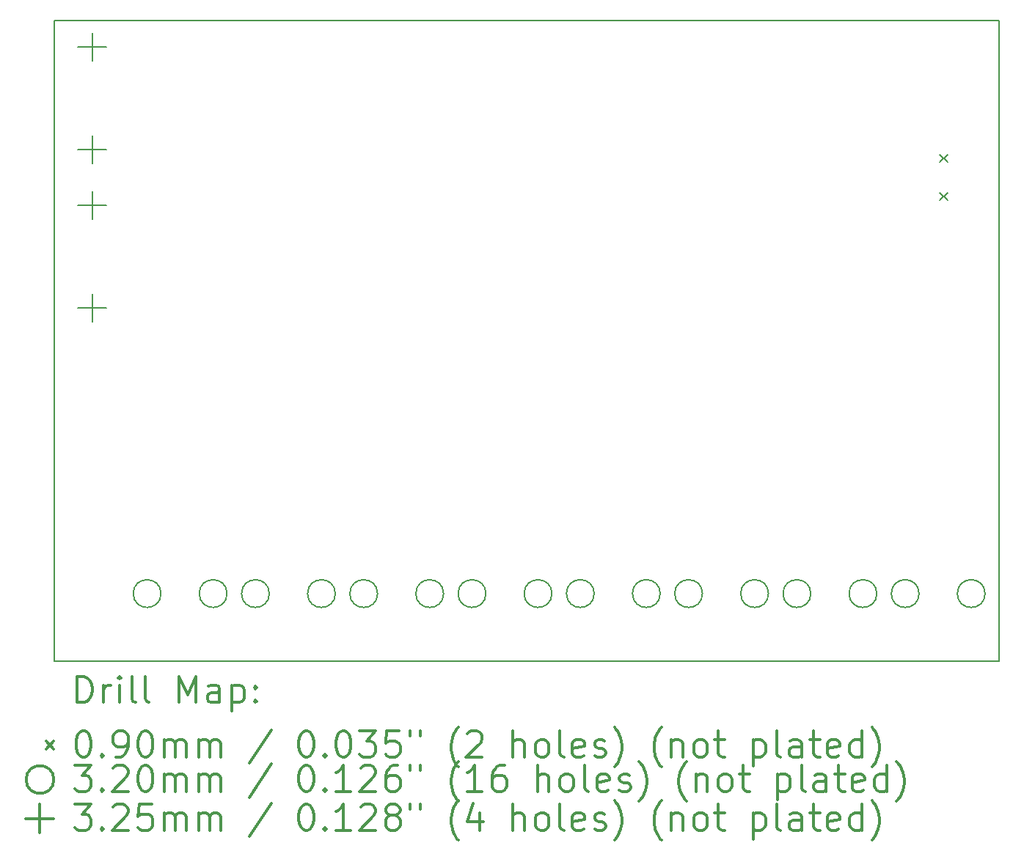
<source format=gbr>
%FSLAX45Y45*%
G04 Gerber Fmt 4.5, Leading zero omitted, Abs format (unit mm)*
G04 Created by KiCad (PCBNEW 4.0.7) date Sat Feb 10 21:48:16 2018*
%MOMM*%
%LPD*%
G01*
G04 APERTURE LIST*
%ADD10C,0.127000*%
%ADD11C,0.150000*%
%ADD12C,0.200000*%
%ADD13C,0.300000*%
G04 APERTURE END LIST*
D10*
D11*
X13400000Y-14000000D02*
X13400000Y-6600000D01*
X2500000Y-6600000D02*
X2500000Y-14000000D01*
X2500000Y-6600000D02*
X13400000Y-6600000D01*
X13300000Y-14000000D02*
X13400000Y-14000000D01*
X2500000Y-14000000D02*
X13300000Y-14000000D01*
D12*
X12718900Y-8142400D02*
X12808900Y-8232400D01*
X12808900Y-8142400D02*
X12718900Y-8232400D01*
X12718900Y-8582400D02*
X12808900Y-8672400D01*
X12808900Y-8582400D02*
X12718900Y-8672400D01*
X3729000Y-13215000D02*
G75*
G03X3729000Y-13215000I-160000J0D01*
G01*
X4491000Y-13215000D02*
G75*
G03X4491000Y-13215000I-160000J0D01*
G01*
X4979000Y-13215000D02*
G75*
G03X4979000Y-13215000I-160000J0D01*
G01*
X5741000Y-13215000D02*
G75*
G03X5741000Y-13215000I-160000J0D01*
G01*
X6229000Y-13215000D02*
G75*
G03X6229000Y-13215000I-160000J0D01*
G01*
X6991000Y-13215000D02*
G75*
G03X6991000Y-13215000I-160000J0D01*
G01*
X7479000Y-13215000D02*
G75*
G03X7479000Y-13215000I-160000J0D01*
G01*
X8241000Y-13215000D02*
G75*
G03X8241000Y-13215000I-160000J0D01*
G01*
X8729000Y-13215000D02*
G75*
G03X8729000Y-13215000I-160000J0D01*
G01*
X9491000Y-13215000D02*
G75*
G03X9491000Y-13215000I-160000J0D01*
G01*
X9979000Y-13215000D02*
G75*
G03X9979000Y-13215000I-160000J0D01*
G01*
X10741000Y-13215000D02*
G75*
G03X10741000Y-13215000I-160000J0D01*
G01*
X11229000Y-13215000D02*
G75*
G03X11229000Y-13215000I-160000J0D01*
G01*
X11991000Y-13215000D02*
G75*
G03X11991000Y-13215000I-160000J0D01*
G01*
X12479000Y-13215000D02*
G75*
G03X12479000Y-13215000I-160000J0D01*
G01*
X13241000Y-13215000D02*
G75*
G03X13241000Y-13215000I-160000J0D01*
G01*
X2933700Y-6737000D02*
X2933700Y-7062000D01*
X2771200Y-6899500D02*
X3096200Y-6899500D01*
X2933700Y-7924000D02*
X2933700Y-8249000D01*
X2771200Y-8086500D02*
X3096200Y-8086500D01*
X2933700Y-8565800D02*
X2933700Y-8890800D01*
X2771200Y-8728300D02*
X3096200Y-8728300D01*
X2933700Y-9752800D02*
X2933700Y-10077800D01*
X2771200Y-9915300D02*
X3096200Y-9915300D01*
D13*
X2763929Y-14473214D02*
X2763929Y-14173214D01*
X2835357Y-14173214D01*
X2878214Y-14187500D01*
X2906786Y-14216071D01*
X2921071Y-14244643D01*
X2935357Y-14301786D01*
X2935357Y-14344643D01*
X2921071Y-14401786D01*
X2906786Y-14430357D01*
X2878214Y-14458929D01*
X2835357Y-14473214D01*
X2763929Y-14473214D01*
X3063928Y-14473214D02*
X3063928Y-14273214D01*
X3063928Y-14330357D02*
X3078214Y-14301786D01*
X3092500Y-14287500D01*
X3121071Y-14273214D01*
X3149643Y-14273214D01*
X3249643Y-14473214D02*
X3249643Y-14273214D01*
X3249643Y-14173214D02*
X3235357Y-14187500D01*
X3249643Y-14201786D01*
X3263928Y-14187500D01*
X3249643Y-14173214D01*
X3249643Y-14201786D01*
X3435357Y-14473214D02*
X3406786Y-14458929D01*
X3392500Y-14430357D01*
X3392500Y-14173214D01*
X3592500Y-14473214D02*
X3563928Y-14458929D01*
X3549643Y-14430357D01*
X3549643Y-14173214D01*
X3935357Y-14473214D02*
X3935357Y-14173214D01*
X4035357Y-14387500D01*
X4135357Y-14173214D01*
X4135357Y-14473214D01*
X4406786Y-14473214D02*
X4406786Y-14316071D01*
X4392500Y-14287500D01*
X4363929Y-14273214D01*
X4306786Y-14273214D01*
X4278214Y-14287500D01*
X4406786Y-14458929D02*
X4378214Y-14473214D01*
X4306786Y-14473214D01*
X4278214Y-14458929D01*
X4263929Y-14430357D01*
X4263929Y-14401786D01*
X4278214Y-14373214D01*
X4306786Y-14358929D01*
X4378214Y-14358929D01*
X4406786Y-14344643D01*
X4549643Y-14273214D02*
X4549643Y-14573214D01*
X4549643Y-14287500D02*
X4578214Y-14273214D01*
X4635357Y-14273214D01*
X4663929Y-14287500D01*
X4678214Y-14301786D01*
X4692500Y-14330357D01*
X4692500Y-14416071D01*
X4678214Y-14444643D01*
X4663929Y-14458929D01*
X4635357Y-14473214D01*
X4578214Y-14473214D01*
X4549643Y-14458929D01*
X4821071Y-14444643D02*
X4835357Y-14458929D01*
X4821071Y-14473214D01*
X4806786Y-14458929D01*
X4821071Y-14444643D01*
X4821071Y-14473214D01*
X4821071Y-14287500D02*
X4835357Y-14301786D01*
X4821071Y-14316071D01*
X4806786Y-14301786D01*
X4821071Y-14287500D01*
X4821071Y-14316071D01*
X2402500Y-14922500D02*
X2492500Y-15012500D01*
X2492500Y-14922500D02*
X2402500Y-15012500D01*
X2821071Y-14803214D02*
X2849643Y-14803214D01*
X2878214Y-14817500D01*
X2892500Y-14831786D01*
X2906786Y-14860357D01*
X2921071Y-14917500D01*
X2921071Y-14988929D01*
X2906786Y-15046071D01*
X2892500Y-15074643D01*
X2878214Y-15088929D01*
X2849643Y-15103214D01*
X2821071Y-15103214D01*
X2792500Y-15088929D01*
X2778214Y-15074643D01*
X2763929Y-15046071D01*
X2749643Y-14988929D01*
X2749643Y-14917500D01*
X2763929Y-14860357D01*
X2778214Y-14831786D01*
X2792500Y-14817500D01*
X2821071Y-14803214D01*
X3049643Y-15074643D02*
X3063928Y-15088929D01*
X3049643Y-15103214D01*
X3035357Y-15088929D01*
X3049643Y-15074643D01*
X3049643Y-15103214D01*
X3206786Y-15103214D02*
X3263928Y-15103214D01*
X3292500Y-15088929D01*
X3306786Y-15074643D01*
X3335357Y-15031786D01*
X3349643Y-14974643D01*
X3349643Y-14860357D01*
X3335357Y-14831786D01*
X3321071Y-14817500D01*
X3292500Y-14803214D01*
X3235357Y-14803214D01*
X3206786Y-14817500D01*
X3192500Y-14831786D01*
X3178214Y-14860357D01*
X3178214Y-14931786D01*
X3192500Y-14960357D01*
X3206786Y-14974643D01*
X3235357Y-14988929D01*
X3292500Y-14988929D01*
X3321071Y-14974643D01*
X3335357Y-14960357D01*
X3349643Y-14931786D01*
X3535357Y-14803214D02*
X3563928Y-14803214D01*
X3592500Y-14817500D01*
X3606786Y-14831786D01*
X3621071Y-14860357D01*
X3635357Y-14917500D01*
X3635357Y-14988929D01*
X3621071Y-15046071D01*
X3606786Y-15074643D01*
X3592500Y-15088929D01*
X3563928Y-15103214D01*
X3535357Y-15103214D01*
X3506786Y-15088929D01*
X3492500Y-15074643D01*
X3478214Y-15046071D01*
X3463928Y-14988929D01*
X3463928Y-14917500D01*
X3478214Y-14860357D01*
X3492500Y-14831786D01*
X3506786Y-14817500D01*
X3535357Y-14803214D01*
X3763928Y-15103214D02*
X3763928Y-14903214D01*
X3763928Y-14931786D02*
X3778214Y-14917500D01*
X3806786Y-14903214D01*
X3849643Y-14903214D01*
X3878214Y-14917500D01*
X3892500Y-14946071D01*
X3892500Y-15103214D01*
X3892500Y-14946071D02*
X3906786Y-14917500D01*
X3935357Y-14903214D01*
X3978214Y-14903214D01*
X4006786Y-14917500D01*
X4021071Y-14946071D01*
X4021071Y-15103214D01*
X4163928Y-15103214D02*
X4163928Y-14903214D01*
X4163928Y-14931786D02*
X4178214Y-14917500D01*
X4206786Y-14903214D01*
X4249643Y-14903214D01*
X4278214Y-14917500D01*
X4292500Y-14946071D01*
X4292500Y-15103214D01*
X4292500Y-14946071D02*
X4306786Y-14917500D01*
X4335357Y-14903214D01*
X4378214Y-14903214D01*
X4406786Y-14917500D01*
X4421071Y-14946071D01*
X4421071Y-15103214D01*
X5006786Y-14788929D02*
X4749643Y-15174643D01*
X5392500Y-14803214D02*
X5421071Y-14803214D01*
X5449643Y-14817500D01*
X5463928Y-14831786D01*
X5478214Y-14860357D01*
X5492500Y-14917500D01*
X5492500Y-14988929D01*
X5478214Y-15046071D01*
X5463928Y-15074643D01*
X5449643Y-15088929D01*
X5421071Y-15103214D01*
X5392500Y-15103214D01*
X5363928Y-15088929D01*
X5349643Y-15074643D01*
X5335357Y-15046071D01*
X5321071Y-14988929D01*
X5321071Y-14917500D01*
X5335357Y-14860357D01*
X5349643Y-14831786D01*
X5363928Y-14817500D01*
X5392500Y-14803214D01*
X5621071Y-15074643D02*
X5635357Y-15088929D01*
X5621071Y-15103214D01*
X5606786Y-15088929D01*
X5621071Y-15074643D01*
X5621071Y-15103214D01*
X5821071Y-14803214D02*
X5849643Y-14803214D01*
X5878214Y-14817500D01*
X5892500Y-14831786D01*
X5906785Y-14860357D01*
X5921071Y-14917500D01*
X5921071Y-14988929D01*
X5906785Y-15046071D01*
X5892500Y-15074643D01*
X5878214Y-15088929D01*
X5849643Y-15103214D01*
X5821071Y-15103214D01*
X5792500Y-15088929D01*
X5778214Y-15074643D01*
X5763928Y-15046071D01*
X5749643Y-14988929D01*
X5749643Y-14917500D01*
X5763928Y-14860357D01*
X5778214Y-14831786D01*
X5792500Y-14817500D01*
X5821071Y-14803214D01*
X6021071Y-14803214D02*
X6206785Y-14803214D01*
X6106785Y-14917500D01*
X6149643Y-14917500D01*
X6178214Y-14931786D01*
X6192500Y-14946071D01*
X6206785Y-14974643D01*
X6206785Y-15046071D01*
X6192500Y-15074643D01*
X6178214Y-15088929D01*
X6149643Y-15103214D01*
X6063928Y-15103214D01*
X6035357Y-15088929D01*
X6021071Y-15074643D01*
X6478214Y-14803214D02*
X6335357Y-14803214D01*
X6321071Y-14946071D01*
X6335357Y-14931786D01*
X6363928Y-14917500D01*
X6435357Y-14917500D01*
X6463928Y-14931786D01*
X6478214Y-14946071D01*
X6492500Y-14974643D01*
X6492500Y-15046071D01*
X6478214Y-15074643D01*
X6463928Y-15088929D01*
X6435357Y-15103214D01*
X6363928Y-15103214D01*
X6335357Y-15088929D01*
X6321071Y-15074643D01*
X6606786Y-14803214D02*
X6606786Y-14860357D01*
X6721071Y-14803214D02*
X6721071Y-14860357D01*
X7163928Y-15217500D02*
X7149643Y-15203214D01*
X7121071Y-15160357D01*
X7106785Y-15131786D01*
X7092500Y-15088929D01*
X7078214Y-15017500D01*
X7078214Y-14960357D01*
X7092500Y-14888929D01*
X7106785Y-14846071D01*
X7121071Y-14817500D01*
X7149643Y-14774643D01*
X7163928Y-14760357D01*
X7263928Y-14831786D02*
X7278214Y-14817500D01*
X7306785Y-14803214D01*
X7378214Y-14803214D01*
X7406785Y-14817500D01*
X7421071Y-14831786D01*
X7435357Y-14860357D01*
X7435357Y-14888929D01*
X7421071Y-14931786D01*
X7249643Y-15103214D01*
X7435357Y-15103214D01*
X7792500Y-15103214D02*
X7792500Y-14803214D01*
X7921071Y-15103214D02*
X7921071Y-14946071D01*
X7906785Y-14917500D01*
X7878214Y-14903214D01*
X7835357Y-14903214D01*
X7806785Y-14917500D01*
X7792500Y-14931786D01*
X8106785Y-15103214D02*
X8078214Y-15088929D01*
X8063928Y-15074643D01*
X8049643Y-15046071D01*
X8049643Y-14960357D01*
X8063928Y-14931786D01*
X8078214Y-14917500D01*
X8106785Y-14903214D01*
X8149643Y-14903214D01*
X8178214Y-14917500D01*
X8192500Y-14931786D01*
X8206785Y-14960357D01*
X8206785Y-15046071D01*
X8192500Y-15074643D01*
X8178214Y-15088929D01*
X8149643Y-15103214D01*
X8106785Y-15103214D01*
X8378214Y-15103214D02*
X8349643Y-15088929D01*
X8335357Y-15060357D01*
X8335357Y-14803214D01*
X8606786Y-15088929D02*
X8578214Y-15103214D01*
X8521071Y-15103214D01*
X8492500Y-15088929D01*
X8478214Y-15060357D01*
X8478214Y-14946071D01*
X8492500Y-14917500D01*
X8521071Y-14903214D01*
X8578214Y-14903214D01*
X8606786Y-14917500D01*
X8621071Y-14946071D01*
X8621071Y-14974643D01*
X8478214Y-15003214D01*
X8735357Y-15088929D02*
X8763929Y-15103214D01*
X8821071Y-15103214D01*
X8849643Y-15088929D01*
X8863929Y-15060357D01*
X8863929Y-15046071D01*
X8849643Y-15017500D01*
X8821071Y-15003214D01*
X8778214Y-15003214D01*
X8749643Y-14988929D01*
X8735357Y-14960357D01*
X8735357Y-14946071D01*
X8749643Y-14917500D01*
X8778214Y-14903214D01*
X8821071Y-14903214D01*
X8849643Y-14917500D01*
X8963928Y-15217500D02*
X8978214Y-15203214D01*
X9006786Y-15160357D01*
X9021071Y-15131786D01*
X9035357Y-15088929D01*
X9049643Y-15017500D01*
X9049643Y-14960357D01*
X9035357Y-14888929D01*
X9021071Y-14846071D01*
X9006786Y-14817500D01*
X8978214Y-14774643D01*
X8963928Y-14760357D01*
X9506786Y-15217500D02*
X9492500Y-15203214D01*
X9463928Y-15160357D01*
X9449643Y-15131786D01*
X9435357Y-15088929D01*
X9421071Y-15017500D01*
X9421071Y-14960357D01*
X9435357Y-14888929D01*
X9449643Y-14846071D01*
X9463928Y-14817500D01*
X9492500Y-14774643D01*
X9506786Y-14760357D01*
X9621071Y-14903214D02*
X9621071Y-15103214D01*
X9621071Y-14931786D02*
X9635357Y-14917500D01*
X9663928Y-14903214D01*
X9706786Y-14903214D01*
X9735357Y-14917500D01*
X9749643Y-14946071D01*
X9749643Y-15103214D01*
X9935357Y-15103214D02*
X9906786Y-15088929D01*
X9892500Y-15074643D01*
X9878214Y-15046071D01*
X9878214Y-14960357D01*
X9892500Y-14931786D01*
X9906786Y-14917500D01*
X9935357Y-14903214D01*
X9978214Y-14903214D01*
X10006786Y-14917500D01*
X10021071Y-14931786D01*
X10035357Y-14960357D01*
X10035357Y-15046071D01*
X10021071Y-15074643D01*
X10006786Y-15088929D01*
X9978214Y-15103214D01*
X9935357Y-15103214D01*
X10121071Y-14903214D02*
X10235357Y-14903214D01*
X10163929Y-14803214D02*
X10163929Y-15060357D01*
X10178214Y-15088929D01*
X10206786Y-15103214D01*
X10235357Y-15103214D01*
X10563929Y-14903214D02*
X10563929Y-15203214D01*
X10563929Y-14917500D02*
X10592500Y-14903214D01*
X10649643Y-14903214D01*
X10678214Y-14917500D01*
X10692500Y-14931786D01*
X10706786Y-14960357D01*
X10706786Y-15046071D01*
X10692500Y-15074643D01*
X10678214Y-15088929D01*
X10649643Y-15103214D01*
X10592500Y-15103214D01*
X10563929Y-15088929D01*
X10878214Y-15103214D02*
X10849643Y-15088929D01*
X10835357Y-15060357D01*
X10835357Y-14803214D01*
X11121071Y-15103214D02*
X11121071Y-14946071D01*
X11106786Y-14917500D01*
X11078214Y-14903214D01*
X11021071Y-14903214D01*
X10992500Y-14917500D01*
X11121071Y-15088929D02*
X11092500Y-15103214D01*
X11021071Y-15103214D01*
X10992500Y-15088929D01*
X10978214Y-15060357D01*
X10978214Y-15031786D01*
X10992500Y-15003214D01*
X11021071Y-14988929D01*
X11092500Y-14988929D01*
X11121071Y-14974643D01*
X11221071Y-14903214D02*
X11335357Y-14903214D01*
X11263929Y-14803214D02*
X11263929Y-15060357D01*
X11278214Y-15088929D01*
X11306786Y-15103214D01*
X11335357Y-15103214D01*
X11549643Y-15088929D02*
X11521071Y-15103214D01*
X11463929Y-15103214D01*
X11435357Y-15088929D01*
X11421071Y-15060357D01*
X11421071Y-14946071D01*
X11435357Y-14917500D01*
X11463929Y-14903214D01*
X11521071Y-14903214D01*
X11549643Y-14917500D01*
X11563929Y-14946071D01*
X11563929Y-14974643D01*
X11421071Y-15003214D01*
X11821071Y-15103214D02*
X11821071Y-14803214D01*
X11821071Y-15088929D02*
X11792500Y-15103214D01*
X11735357Y-15103214D01*
X11706786Y-15088929D01*
X11692500Y-15074643D01*
X11678214Y-15046071D01*
X11678214Y-14960357D01*
X11692500Y-14931786D01*
X11706786Y-14917500D01*
X11735357Y-14903214D01*
X11792500Y-14903214D01*
X11821071Y-14917500D01*
X11935357Y-15217500D02*
X11949643Y-15203214D01*
X11978214Y-15160357D01*
X11992500Y-15131786D01*
X12006786Y-15088929D01*
X12021071Y-15017500D01*
X12021071Y-14960357D01*
X12006786Y-14888929D01*
X11992500Y-14846071D01*
X11978214Y-14817500D01*
X11949643Y-14774643D01*
X11935357Y-14760357D01*
X2492500Y-15363500D02*
G75*
G03X2492500Y-15363500I-160000J0D01*
G01*
X2735357Y-15199214D02*
X2921071Y-15199214D01*
X2821071Y-15313500D01*
X2863928Y-15313500D01*
X2892500Y-15327786D01*
X2906786Y-15342071D01*
X2921071Y-15370643D01*
X2921071Y-15442071D01*
X2906786Y-15470643D01*
X2892500Y-15484929D01*
X2863928Y-15499214D01*
X2778214Y-15499214D01*
X2749643Y-15484929D01*
X2735357Y-15470643D01*
X3049643Y-15470643D02*
X3063928Y-15484929D01*
X3049643Y-15499214D01*
X3035357Y-15484929D01*
X3049643Y-15470643D01*
X3049643Y-15499214D01*
X3178214Y-15227786D02*
X3192500Y-15213500D01*
X3221071Y-15199214D01*
X3292500Y-15199214D01*
X3321071Y-15213500D01*
X3335357Y-15227786D01*
X3349643Y-15256357D01*
X3349643Y-15284929D01*
X3335357Y-15327786D01*
X3163928Y-15499214D01*
X3349643Y-15499214D01*
X3535357Y-15199214D02*
X3563928Y-15199214D01*
X3592500Y-15213500D01*
X3606786Y-15227786D01*
X3621071Y-15256357D01*
X3635357Y-15313500D01*
X3635357Y-15384929D01*
X3621071Y-15442071D01*
X3606786Y-15470643D01*
X3592500Y-15484929D01*
X3563928Y-15499214D01*
X3535357Y-15499214D01*
X3506786Y-15484929D01*
X3492500Y-15470643D01*
X3478214Y-15442071D01*
X3463928Y-15384929D01*
X3463928Y-15313500D01*
X3478214Y-15256357D01*
X3492500Y-15227786D01*
X3506786Y-15213500D01*
X3535357Y-15199214D01*
X3763928Y-15499214D02*
X3763928Y-15299214D01*
X3763928Y-15327786D02*
X3778214Y-15313500D01*
X3806786Y-15299214D01*
X3849643Y-15299214D01*
X3878214Y-15313500D01*
X3892500Y-15342071D01*
X3892500Y-15499214D01*
X3892500Y-15342071D02*
X3906786Y-15313500D01*
X3935357Y-15299214D01*
X3978214Y-15299214D01*
X4006786Y-15313500D01*
X4021071Y-15342071D01*
X4021071Y-15499214D01*
X4163928Y-15499214D02*
X4163928Y-15299214D01*
X4163928Y-15327786D02*
X4178214Y-15313500D01*
X4206786Y-15299214D01*
X4249643Y-15299214D01*
X4278214Y-15313500D01*
X4292500Y-15342071D01*
X4292500Y-15499214D01*
X4292500Y-15342071D02*
X4306786Y-15313500D01*
X4335357Y-15299214D01*
X4378214Y-15299214D01*
X4406786Y-15313500D01*
X4421071Y-15342071D01*
X4421071Y-15499214D01*
X5006786Y-15184929D02*
X4749643Y-15570643D01*
X5392500Y-15199214D02*
X5421071Y-15199214D01*
X5449643Y-15213500D01*
X5463928Y-15227786D01*
X5478214Y-15256357D01*
X5492500Y-15313500D01*
X5492500Y-15384929D01*
X5478214Y-15442071D01*
X5463928Y-15470643D01*
X5449643Y-15484929D01*
X5421071Y-15499214D01*
X5392500Y-15499214D01*
X5363928Y-15484929D01*
X5349643Y-15470643D01*
X5335357Y-15442071D01*
X5321071Y-15384929D01*
X5321071Y-15313500D01*
X5335357Y-15256357D01*
X5349643Y-15227786D01*
X5363928Y-15213500D01*
X5392500Y-15199214D01*
X5621071Y-15470643D02*
X5635357Y-15484929D01*
X5621071Y-15499214D01*
X5606786Y-15484929D01*
X5621071Y-15470643D01*
X5621071Y-15499214D01*
X5921071Y-15499214D02*
X5749643Y-15499214D01*
X5835357Y-15499214D02*
X5835357Y-15199214D01*
X5806785Y-15242071D01*
X5778214Y-15270643D01*
X5749643Y-15284929D01*
X6035357Y-15227786D02*
X6049643Y-15213500D01*
X6078214Y-15199214D01*
X6149643Y-15199214D01*
X6178214Y-15213500D01*
X6192500Y-15227786D01*
X6206785Y-15256357D01*
X6206785Y-15284929D01*
X6192500Y-15327786D01*
X6021071Y-15499214D01*
X6206785Y-15499214D01*
X6463928Y-15199214D02*
X6406785Y-15199214D01*
X6378214Y-15213500D01*
X6363928Y-15227786D01*
X6335357Y-15270643D01*
X6321071Y-15327786D01*
X6321071Y-15442071D01*
X6335357Y-15470643D01*
X6349643Y-15484929D01*
X6378214Y-15499214D01*
X6435357Y-15499214D01*
X6463928Y-15484929D01*
X6478214Y-15470643D01*
X6492500Y-15442071D01*
X6492500Y-15370643D01*
X6478214Y-15342071D01*
X6463928Y-15327786D01*
X6435357Y-15313500D01*
X6378214Y-15313500D01*
X6349643Y-15327786D01*
X6335357Y-15342071D01*
X6321071Y-15370643D01*
X6606786Y-15199214D02*
X6606786Y-15256357D01*
X6721071Y-15199214D02*
X6721071Y-15256357D01*
X7163928Y-15613500D02*
X7149643Y-15599214D01*
X7121071Y-15556357D01*
X7106785Y-15527786D01*
X7092500Y-15484929D01*
X7078214Y-15413500D01*
X7078214Y-15356357D01*
X7092500Y-15284929D01*
X7106785Y-15242071D01*
X7121071Y-15213500D01*
X7149643Y-15170643D01*
X7163928Y-15156357D01*
X7435357Y-15499214D02*
X7263928Y-15499214D01*
X7349643Y-15499214D02*
X7349643Y-15199214D01*
X7321071Y-15242071D01*
X7292500Y-15270643D01*
X7263928Y-15284929D01*
X7692500Y-15199214D02*
X7635357Y-15199214D01*
X7606785Y-15213500D01*
X7592500Y-15227786D01*
X7563928Y-15270643D01*
X7549643Y-15327786D01*
X7549643Y-15442071D01*
X7563928Y-15470643D01*
X7578214Y-15484929D01*
X7606785Y-15499214D01*
X7663928Y-15499214D01*
X7692500Y-15484929D01*
X7706785Y-15470643D01*
X7721071Y-15442071D01*
X7721071Y-15370643D01*
X7706785Y-15342071D01*
X7692500Y-15327786D01*
X7663928Y-15313500D01*
X7606785Y-15313500D01*
X7578214Y-15327786D01*
X7563928Y-15342071D01*
X7549643Y-15370643D01*
X8078214Y-15499214D02*
X8078214Y-15199214D01*
X8206785Y-15499214D02*
X8206785Y-15342071D01*
X8192500Y-15313500D01*
X8163928Y-15299214D01*
X8121071Y-15299214D01*
X8092500Y-15313500D01*
X8078214Y-15327786D01*
X8392500Y-15499214D02*
X8363928Y-15484929D01*
X8349643Y-15470643D01*
X8335357Y-15442071D01*
X8335357Y-15356357D01*
X8349643Y-15327786D01*
X8363928Y-15313500D01*
X8392500Y-15299214D01*
X8435357Y-15299214D01*
X8463928Y-15313500D01*
X8478214Y-15327786D01*
X8492500Y-15356357D01*
X8492500Y-15442071D01*
X8478214Y-15470643D01*
X8463928Y-15484929D01*
X8435357Y-15499214D01*
X8392500Y-15499214D01*
X8663928Y-15499214D02*
X8635357Y-15484929D01*
X8621071Y-15456357D01*
X8621071Y-15199214D01*
X8892500Y-15484929D02*
X8863929Y-15499214D01*
X8806786Y-15499214D01*
X8778214Y-15484929D01*
X8763929Y-15456357D01*
X8763929Y-15342071D01*
X8778214Y-15313500D01*
X8806786Y-15299214D01*
X8863929Y-15299214D01*
X8892500Y-15313500D01*
X8906786Y-15342071D01*
X8906786Y-15370643D01*
X8763929Y-15399214D01*
X9021071Y-15484929D02*
X9049643Y-15499214D01*
X9106786Y-15499214D01*
X9135357Y-15484929D01*
X9149643Y-15456357D01*
X9149643Y-15442071D01*
X9135357Y-15413500D01*
X9106786Y-15399214D01*
X9063929Y-15399214D01*
X9035357Y-15384929D01*
X9021071Y-15356357D01*
X9021071Y-15342071D01*
X9035357Y-15313500D01*
X9063929Y-15299214D01*
X9106786Y-15299214D01*
X9135357Y-15313500D01*
X9249643Y-15613500D02*
X9263929Y-15599214D01*
X9292500Y-15556357D01*
X9306786Y-15527786D01*
X9321071Y-15484929D01*
X9335357Y-15413500D01*
X9335357Y-15356357D01*
X9321071Y-15284929D01*
X9306786Y-15242071D01*
X9292500Y-15213500D01*
X9263929Y-15170643D01*
X9249643Y-15156357D01*
X9792500Y-15613500D02*
X9778214Y-15599214D01*
X9749643Y-15556357D01*
X9735357Y-15527786D01*
X9721071Y-15484929D01*
X9706786Y-15413500D01*
X9706786Y-15356357D01*
X9721071Y-15284929D01*
X9735357Y-15242071D01*
X9749643Y-15213500D01*
X9778214Y-15170643D01*
X9792500Y-15156357D01*
X9906786Y-15299214D02*
X9906786Y-15499214D01*
X9906786Y-15327786D02*
X9921071Y-15313500D01*
X9949643Y-15299214D01*
X9992500Y-15299214D01*
X10021071Y-15313500D01*
X10035357Y-15342071D01*
X10035357Y-15499214D01*
X10221071Y-15499214D02*
X10192500Y-15484929D01*
X10178214Y-15470643D01*
X10163929Y-15442071D01*
X10163929Y-15356357D01*
X10178214Y-15327786D01*
X10192500Y-15313500D01*
X10221071Y-15299214D01*
X10263929Y-15299214D01*
X10292500Y-15313500D01*
X10306786Y-15327786D01*
X10321071Y-15356357D01*
X10321071Y-15442071D01*
X10306786Y-15470643D01*
X10292500Y-15484929D01*
X10263929Y-15499214D01*
X10221071Y-15499214D01*
X10406786Y-15299214D02*
X10521071Y-15299214D01*
X10449643Y-15199214D02*
X10449643Y-15456357D01*
X10463929Y-15484929D01*
X10492500Y-15499214D01*
X10521071Y-15499214D01*
X10849643Y-15299214D02*
X10849643Y-15599214D01*
X10849643Y-15313500D02*
X10878214Y-15299214D01*
X10935357Y-15299214D01*
X10963929Y-15313500D01*
X10978214Y-15327786D01*
X10992500Y-15356357D01*
X10992500Y-15442071D01*
X10978214Y-15470643D01*
X10963929Y-15484929D01*
X10935357Y-15499214D01*
X10878214Y-15499214D01*
X10849643Y-15484929D01*
X11163929Y-15499214D02*
X11135357Y-15484929D01*
X11121071Y-15456357D01*
X11121071Y-15199214D01*
X11406786Y-15499214D02*
X11406786Y-15342071D01*
X11392500Y-15313500D01*
X11363929Y-15299214D01*
X11306786Y-15299214D01*
X11278214Y-15313500D01*
X11406786Y-15484929D02*
X11378214Y-15499214D01*
X11306786Y-15499214D01*
X11278214Y-15484929D01*
X11263929Y-15456357D01*
X11263929Y-15427786D01*
X11278214Y-15399214D01*
X11306786Y-15384929D01*
X11378214Y-15384929D01*
X11406786Y-15370643D01*
X11506786Y-15299214D02*
X11621071Y-15299214D01*
X11549643Y-15199214D02*
X11549643Y-15456357D01*
X11563929Y-15484929D01*
X11592500Y-15499214D01*
X11621071Y-15499214D01*
X11835357Y-15484929D02*
X11806786Y-15499214D01*
X11749643Y-15499214D01*
X11721071Y-15484929D01*
X11706786Y-15456357D01*
X11706786Y-15342071D01*
X11721071Y-15313500D01*
X11749643Y-15299214D01*
X11806786Y-15299214D01*
X11835357Y-15313500D01*
X11849643Y-15342071D01*
X11849643Y-15370643D01*
X11706786Y-15399214D01*
X12106786Y-15499214D02*
X12106786Y-15199214D01*
X12106786Y-15484929D02*
X12078214Y-15499214D01*
X12021071Y-15499214D01*
X11992500Y-15484929D01*
X11978214Y-15470643D01*
X11963929Y-15442071D01*
X11963929Y-15356357D01*
X11978214Y-15327786D01*
X11992500Y-15313500D01*
X12021071Y-15299214D01*
X12078214Y-15299214D01*
X12106786Y-15313500D01*
X12221071Y-15613500D02*
X12235357Y-15599214D01*
X12263929Y-15556357D01*
X12278214Y-15527786D01*
X12292500Y-15484929D01*
X12306786Y-15413500D01*
X12306786Y-15356357D01*
X12292500Y-15284929D01*
X12278214Y-15242071D01*
X12263929Y-15213500D01*
X12235357Y-15170643D01*
X12221071Y-15156357D01*
X2330000Y-15651000D02*
X2330000Y-15976000D01*
X2167500Y-15813500D02*
X2492500Y-15813500D01*
X2735357Y-15649214D02*
X2921071Y-15649214D01*
X2821071Y-15763500D01*
X2863928Y-15763500D01*
X2892500Y-15777786D01*
X2906786Y-15792071D01*
X2921071Y-15820643D01*
X2921071Y-15892071D01*
X2906786Y-15920643D01*
X2892500Y-15934929D01*
X2863928Y-15949214D01*
X2778214Y-15949214D01*
X2749643Y-15934929D01*
X2735357Y-15920643D01*
X3049643Y-15920643D02*
X3063928Y-15934929D01*
X3049643Y-15949214D01*
X3035357Y-15934929D01*
X3049643Y-15920643D01*
X3049643Y-15949214D01*
X3178214Y-15677786D02*
X3192500Y-15663500D01*
X3221071Y-15649214D01*
X3292500Y-15649214D01*
X3321071Y-15663500D01*
X3335357Y-15677786D01*
X3349643Y-15706357D01*
X3349643Y-15734929D01*
X3335357Y-15777786D01*
X3163928Y-15949214D01*
X3349643Y-15949214D01*
X3621071Y-15649214D02*
X3478214Y-15649214D01*
X3463928Y-15792071D01*
X3478214Y-15777786D01*
X3506786Y-15763500D01*
X3578214Y-15763500D01*
X3606786Y-15777786D01*
X3621071Y-15792071D01*
X3635357Y-15820643D01*
X3635357Y-15892071D01*
X3621071Y-15920643D01*
X3606786Y-15934929D01*
X3578214Y-15949214D01*
X3506786Y-15949214D01*
X3478214Y-15934929D01*
X3463928Y-15920643D01*
X3763928Y-15949214D02*
X3763928Y-15749214D01*
X3763928Y-15777786D02*
X3778214Y-15763500D01*
X3806786Y-15749214D01*
X3849643Y-15749214D01*
X3878214Y-15763500D01*
X3892500Y-15792071D01*
X3892500Y-15949214D01*
X3892500Y-15792071D02*
X3906786Y-15763500D01*
X3935357Y-15749214D01*
X3978214Y-15749214D01*
X4006786Y-15763500D01*
X4021071Y-15792071D01*
X4021071Y-15949214D01*
X4163928Y-15949214D02*
X4163928Y-15749214D01*
X4163928Y-15777786D02*
X4178214Y-15763500D01*
X4206786Y-15749214D01*
X4249643Y-15749214D01*
X4278214Y-15763500D01*
X4292500Y-15792071D01*
X4292500Y-15949214D01*
X4292500Y-15792071D02*
X4306786Y-15763500D01*
X4335357Y-15749214D01*
X4378214Y-15749214D01*
X4406786Y-15763500D01*
X4421071Y-15792071D01*
X4421071Y-15949214D01*
X5006786Y-15634929D02*
X4749643Y-16020643D01*
X5392500Y-15649214D02*
X5421071Y-15649214D01*
X5449643Y-15663500D01*
X5463928Y-15677786D01*
X5478214Y-15706357D01*
X5492500Y-15763500D01*
X5492500Y-15834929D01*
X5478214Y-15892071D01*
X5463928Y-15920643D01*
X5449643Y-15934929D01*
X5421071Y-15949214D01*
X5392500Y-15949214D01*
X5363928Y-15934929D01*
X5349643Y-15920643D01*
X5335357Y-15892071D01*
X5321071Y-15834929D01*
X5321071Y-15763500D01*
X5335357Y-15706357D01*
X5349643Y-15677786D01*
X5363928Y-15663500D01*
X5392500Y-15649214D01*
X5621071Y-15920643D02*
X5635357Y-15934929D01*
X5621071Y-15949214D01*
X5606786Y-15934929D01*
X5621071Y-15920643D01*
X5621071Y-15949214D01*
X5921071Y-15949214D02*
X5749643Y-15949214D01*
X5835357Y-15949214D02*
X5835357Y-15649214D01*
X5806785Y-15692071D01*
X5778214Y-15720643D01*
X5749643Y-15734929D01*
X6035357Y-15677786D02*
X6049643Y-15663500D01*
X6078214Y-15649214D01*
X6149643Y-15649214D01*
X6178214Y-15663500D01*
X6192500Y-15677786D01*
X6206785Y-15706357D01*
X6206785Y-15734929D01*
X6192500Y-15777786D01*
X6021071Y-15949214D01*
X6206785Y-15949214D01*
X6378214Y-15777786D02*
X6349643Y-15763500D01*
X6335357Y-15749214D01*
X6321071Y-15720643D01*
X6321071Y-15706357D01*
X6335357Y-15677786D01*
X6349643Y-15663500D01*
X6378214Y-15649214D01*
X6435357Y-15649214D01*
X6463928Y-15663500D01*
X6478214Y-15677786D01*
X6492500Y-15706357D01*
X6492500Y-15720643D01*
X6478214Y-15749214D01*
X6463928Y-15763500D01*
X6435357Y-15777786D01*
X6378214Y-15777786D01*
X6349643Y-15792071D01*
X6335357Y-15806357D01*
X6321071Y-15834929D01*
X6321071Y-15892071D01*
X6335357Y-15920643D01*
X6349643Y-15934929D01*
X6378214Y-15949214D01*
X6435357Y-15949214D01*
X6463928Y-15934929D01*
X6478214Y-15920643D01*
X6492500Y-15892071D01*
X6492500Y-15834929D01*
X6478214Y-15806357D01*
X6463928Y-15792071D01*
X6435357Y-15777786D01*
X6606786Y-15649214D02*
X6606786Y-15706357D01*
X6721071Y-15649214D02*
X6721071Y-15706357D01*
X7163928Y-16063500D02*
X7149643Y-16049214D01*
X7121071Y-16006357D01*
X7106785Y-15977786D01*
X7092500Y-15934929D01*
X7078214Y-15863500D01*
X7078214Y-15806357D01*
X7092500Y-15734929D01*
X7106785Y-15692071D01*
X7121071Y-15663500D01*
X7149643Y-15620643D01*
X7163928Y-15606357D01*
X7406785Y-15749214D02*
X7406785Y-15949214D01*
X7335357Y-15634929D02*
X7263928Y-15849214D01*
X7449643Y-15849214D01*
X7792500Y-15949214D02*
X7792500Y-15649214D01*
X7921071Y-15949214D02*
X7921071Y-15792071D01*
X7906785Y-15763500D01*
X7878214Y-15749214D01*
X7835357Y-15749214D01*
X7806785Y-15763500D01*
X7792500Y-15777786D01*
X8106785Y-15949214D02*
X8078214Y-15934929D01*
X8063928Y-15920643D01*
X8049643Y-15892071D01*
X8049643Y-15806357D01*
X8063928Y-15777786D01*
X8078214Y-15763500D01*
X8106785Y-15749214D01*
X8149643Y-15749214D01*
X8178214Y-15763500D01*
X8192500Y-15777786D01*
X8206785Y-15806357D01*
X8206785Y-15892071D01*
X8192500Y-15920643D01*
X8178214Y-15934929D01*
X8149643Y-15949214D01*
X8106785Y-15949214D01*
X8378214Y-15949214D02*
X8349643Y-15934929D01*
X8335357Y-15906357D01*
X8335357Y-15649214D01*
X8606786Y-15934929D02*
X8578214Y-15949214D01*
X8521071Y-15949214D01*
X8492500Y-15934929D01*
X8478214Y-15906357D01*
X8478214Y-15792071D01*
X8492500Y-15763500D01*
X8521071Y-15749214D01*
X8578214Y-15749214D01*
X8606786Y-15763500D01*
X8621071Y-15792071D01*
X8621071Y-15820643D01*
X8478214Y-15849214D01*
X8735357Y-15934929D02*
X8763929Y-15949214D01*
X8821071Y-15949214D01*
X8849643Y-15934929D01*
X8863929Y-15906357D01*
X8863929Y-15892071D01*
X8849643Y-15863500D01*
X8821071Y-15849214D01*
X8778214Y-15849214D01*
X8749643Y-15834929D01*
X8735357Y-15806357D01*
X8735357Y-15792071D01*
X8749643Y-15763500D01*
X8778214Y-15749214D01*
X8821071Y-15749214D01*
X8849643Y-15763500D01*
X8963928Y-16063500D02*
X8978214Y-16049214D01*
X9006786Y-16006357D01*
X9021071Y-15977786D01*
X9035357Y-15934929D01*
X9049643Y-15863500D01*
X9049643Y-15806357D01*
X9035357Y-15734929D01*
X9021071Y-15692071D01*
X9006786Y-15663500D01*
X8978214Y-15620643D01*
X8963928Y-15606357D01*
X9506786Y-16063500D02*
X9492500Y-16049214D01*
X9463928Y-16006357D01*
X9449643Y-15977786D01*
X9435357Y-15934929D01*
X9421071Y-15863500D01*
X9421071Y-15806357D01*
X9435357Y-15734929D01*
X9449643Y-15692071D01*
X9463928Y-15663500D01*
X9492500Y-15620643D01*
X9506786Y-15606357D01*
X9621071Y-15749214D02*
X9621071Y-15949214D01*
X9621071Y-15777786D02*
X9635357Y-15763500D01*
X9663928Y-15749214D01*
X9706786Y-15749214D01*
X9735357Y-15763500D01*
X9749643Y-15792071D01*
X9749643Y-15949214D01*
X9935357Y-15949214D02*
X9906786Y-15934929D01*
X9892500Y-15920643D01*
X9878214Y-15892071D01*
X9878214Y-15806357D01*
X9892500Y-15777786D01*
X9906786Y-15763500D01*
X9935357Y-15749214D01*
X9978214Y-15749214D01*
X10006786Y-15763500D01*
X10021071Y-15777786D01*
X10035357Y-15806357D01*
X10035357Y-15892071D01*
X10021071Y-15920643D01*
X10006786Y-15934929D01*
X9978214Y-15949214D01*
X9935357Y-15949214D01*
X10121071Y-15749214D02*
X10235357Y-15749214D01*
X10163929Y-15649214D02*
X10163929Y-15906357D01*
X10178214Y-15934929D01*
X10206786Y-15949214D01*
X10235357Y-15949214D01*
X10563929Y-15749214D02*
X10563929Y-16049214D01*
X10563929Y-15763500D02*
X10592500Y-15749214D01*
X10649643Y-15749214D01*
X10678214Y-15763500D01*
X10692500Y-15777786D01*
X10706786Y-15806357D01*
X10706786Y-15892071D01*
X10692500Y-15920643D01*
X10678214Y-15934929D01*
X10649643Y-15949214D01*
X10592500Y-15949214D01*
X10563929Y-15934929D01*
X10878214Y-15949214D02*
X10849643Y-15934929D01*
X10835357Y-15906357D01*
X10835357Y-15649214D01*
X11121071Y-15949214D02*
X11121071Y-15792071D01*
X11106786Y-15763500D01*
X11078214Y-15749214D01*
X11021071Y-15749214D01*
X10992500Y-15763500D01*
X11121071Y-15934929D02*
X11092500Y-15949214D01*
X11021071Y-15949214D01*
X10992500Y-15934929D01*
X10978214Y-15906357D01*
X10978214Y-15877786D01*
X10992500Y-15849214D01*
X11021071Y-15834929D01*
X11092500Y-15834929D01*
X11121071Y-15820643D01*
X11221071Y-15749214D02*
X11335357Y-15749214D01*
X11263929Y-15649214D02*
X11263929Y-15906357D01*
X11278214Y-15934929D01*
X11306786Y-15949214D01*
X11335357Y-15949214D01*
X11549643Y-15934929D02*
X11521071Y-15949214D01*
X11463929Y-15949214D01*
X11435357Y-15934929D01*
X11421071Y-15906357D01*
X11421071Y-15792071D01*
X11435357Y-15763500D01*
X11463929Y-15749214D01*
X11521071Y-15749214D01*
X11549643Y-15763500D01*
X11563929Y-15792071D01*
X11563929Y-15820643D01*
X11421071Y-15849214D01*
X11821071Y-15949214D02*
X11821071Y-15649214D01*
X11821071Y-15934929D02*
X11792500Y-15949214D01*
X11735357Y-15949214D01*
X11706786Y-15934929D01*
X11692500Y-15920643D01*
X11678214Y-15892071D01*
X11678214Y-15806357D01*
X11692500Y-15777786D01*
X11706786Y-15763500D01*
X11735357Y-15749214D01*
X11792500Y-15749214D01*
X11821071Y-15763500D01*
X11935357Y-16063500D02*
X11949643Y-16049214D01*
X11978214Y-16006357D01*
X11992500Y-15977786D01*
X12006786Y-15934929D01*
X12021071Y-15863500D01*
X12021071Y-15806357D01*
X12006786Y-15734929D01*
X11992500Y-15692071D01*
X11978214Y-15663500D01*
X11949643Y-15620643D01*
X11935357Y-15606357D01*
M02*

</source>
